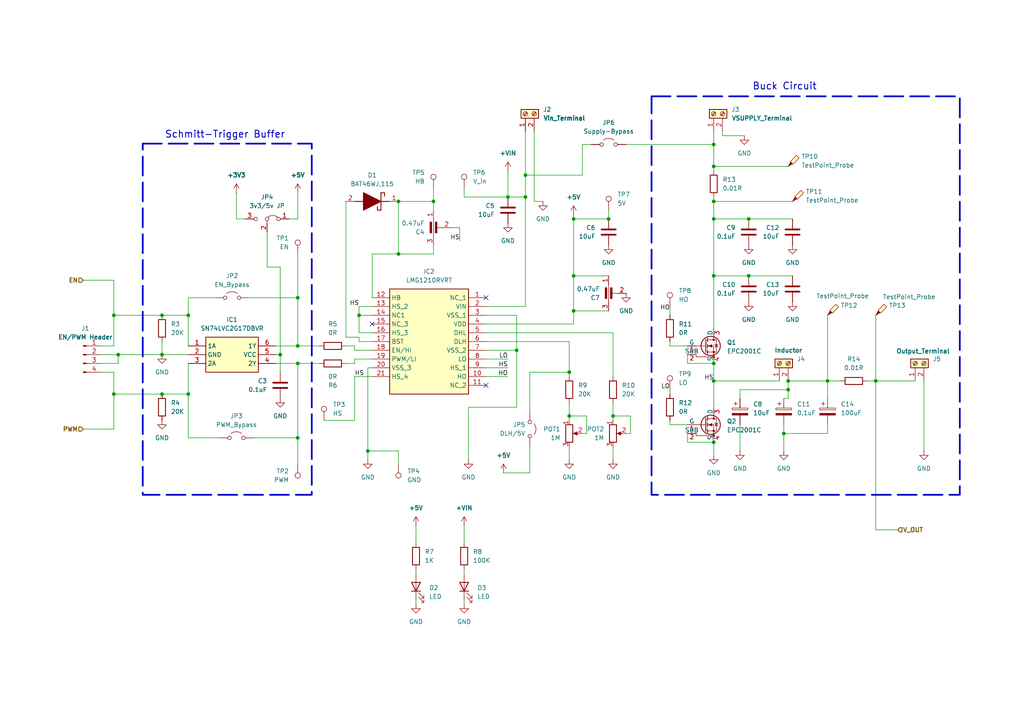
<source format=kicad_sch>
(kicad_sch (version 20231120) (generator "eeschema") (generator_version "8.0")
  (paper "A4")
  (title_block (title "LMG1210 Buck Converter") (date "2025-04-02") (rev "1.0.0") (company "Surya Thanush"))
  (lib_symbols
    (symbol "BAT46WJ,115:BAT46WJ,115" (pin_names hide)
      (property "Reference" "D" (at 12.7 8.89 0))
      (property "Value" "BAT46WJ,115" (at 12.7 6.35 0))
      (symbol "BAT46WJ,115_1_1"
        (pin passive line (at 2.54 0 0) (length 2.54) (name "K") (number "1"))
        (pin passive line (at 17.78 0 180) (length 2.54) (name "A") (number "2"))
      )
    )
    (symbol "Connector:Conn_01x04_Pin" (pin_names (offset 1.016) hide)
      (property "Reference" "J" (at 0 5.08 0))
      (property "Value" "Conn_01x04_Pin" (at 0 -7.62 0))
      (symbol "Conn_01x04_Pin_1_1"
        (pin passive line (at 5.08 2.54 180) (length 3.81) (name "Pin_1") (number "1"))
        (pin passive line (at 5.08 0 180) (length 3.81) (name "Pin_2") (number "2"))
        (pin passive line (at 5.08 -2.54 180) (length 3.81) (name "Pin_3") (number "3"))
        (pin passive line (at 5.08 -5.08 180) (length 3.81) (name "Pin_4") (number "4"))
      )
    )
    (symbol "Connector:Screw_Terminal_01x02" (pin_names (offset 1.016) hide)
      (property "Reference" "J" (at 0 2.54 0))
      (property "Value" "Screw_Terminal_01x02" (at 0 -5.08 0))
      (symbol "Screw_Terminal_01x02_1_1"
        (pin passive line (at -5.08 0 0) (length 3.81) (name "Pin_1") (number "1"))
        (pin passive line (at -5.08 -2.54 0) (length 3.81) (name "Pin_2") (number "2"))
      )
    )
    (symbol "Connector:TestPoint" (pin_numbers hide) (pin_names (offset 0.762) hide)
      (property "Reference" "TP" (at 0 6.858 0))
      (property "Value" "TestPoint" (at 0 5.08 0))
      (symbol "TestPoint_1_1"
        (pin passive line (at 0 0 90) (length 2.54) (name "1") (number "1"))
      )
    )
    (symbol "Connector:TestPoint_Probe" (pin_numbers hide) (pin_names (offset 0.762) hide)
      (property "Reference" "TP" (at 1.651 5.842 0))
      (property "Value" "TestPoint_Probe" (at 1.651 4.064 0))
      (symbol "TestPoint_Probe_1_1"
        (pin passive line (at 0 0 90) (length 0) (name "1") (number "1"))
      )
    )
    (symbol "Device:C" (pin_numbers hide) (pin_names (offset 0.254))
      (property "Reference" "C" (at 0.635 2.54 0))
      (property "Value" "C" (at 0.635 -2.54 0))
      (symbol "C_1_1"
        (pin passive line (at 0 3.81 270) (length 2.794) (name "~") (number "1"))
        (pin passive line (at 0 -3.81 90) (length 2.794) (name "~") (number "2"))
      )
    )
    (symbol "Device:C_Feedthrough" (pin_names (offset 0.254) hide)
      (property "Reference" "C" (at 0 7.62 0))
      (property "Value" "C_Feedthrough" (at 0 5.715 0))
      (symbol "C_Feedthrough_1_1"
        (pin passive line (at -5.08 2.54 0) (length 2.54) (name "1") (number "1"))
        (pin passive line (at 0 -2.54 90) (length 2.54) (name "2") (number "2"))
        (pin passive line (at 5.08 2.54 180) (length 2.54) (name "3") (number "3"))
      )
    )
    (symbol "Device:C_Polarized" (pin_numbers hide) (pin_names (offset 0.254))
      (property "Reference" "C" (at 0.635 2.54 0))
      (property "Value" "C_Polarized" (at 0.635 -2.54 0))
      (symbol "C_Polarized_1_1"
        (pin passive line (at 0 3.81 270) (length 2.794) (name "~") (number "1"))
        (pin passive line (at 0 -3.81 90) (length 2.794) (name "~") (number "2"))
      )
    )
    (symbol "Device:LED" (pin_numbers hide) (pin_names (offset 1.016) hide)
      (property "Reference" "D" (at 0 2.54 0))
      (property "Value" "LED" (at 0 -2.54 0))
      (symbol "LED_1_1"
        (pin passive line (at -3.81 0 0) (length 2.54) (name "K") (number "1"))
        (pin passive line (at 3.81 0 180) (length 2.54) (name "A") (number "2"))
      )
    )
    (symbol "Device:R" (pin_numbers hide) (pin_names (offset 0))
      (property "Reference" "R" (at 2.032 0 90))
      (property "Value" "R" (at 0 0 90))
      (symbol "R_1_1"
        (pin passive line (at 0 3.81 270) (length 1.27) (name "~") (number "1"))
        (pin passive line (at 0 -3.81 90) (length 1.27) (name "~") (number "2"))
      )
    )
    (symbol "Device:R_Potentiometer" (pin_names (offset 1.016) hide)
      (property "Reference" "RV" (at -4.445 0 90))
      (property "Value" "R_Potentiometer" (at -2.54 0 90))
      (symbol "R_Potentiometer_1_1"
        (pin passive line (at 0 3.81 270) (length 1.27) (name "1") (number "1"))
        (pin passive line (at 3.81 0 180) (length 1.27) (name "2") (number "2"))
        (pin passive line (at 0 -3.81 90) (length 1.27) (name "3") (number "3"))
      )
    )
    (symbol "EPC2001C:EPC2001C" (pin_names (offset 0))
      (property "Reference" "Q" (at 10.16 -4.064 0))
      (property "Value" "EPC2001C" (at 10.16 -6.604 0))
      (symbol "EPC2001C_1_1"
        (pin input line (at 0 -6.35 0) (length 2.54) (name "G") (number "1"))
        (pin passive line (at 7.62 -11.43 90) (length 2.54) hide (name "S") (number "10"))
        (pin passive line (at 7.62 -1.27 270) (length 2.54) hide (name "D") (number "11"))
        (pin passive line (at 0 -8.89 0) (length 2.54) (name "SUB") (number "2"))
        (pin passive line (at 7.62 -1.27 270) (length 2.54) (name "D") (number "3"))
        (pin passive line (at 7.62 -11.43 90) (length 2.54) (name "S") (number "4"))
        (pin passive line (at 7.62 -1.27 270) (length 2.54) hide (name "D") (number "5"))
        (pin passive line (at 7.62 -11.43 90) (length 2.54) hide (name "S") (number "6"))
        (pin passive line (at 7.62 -1.27 270) (length 2.54) hide (name "D") (number "7"))
        (pin passive line (at 7.62 -11.43 90) (length 2.54) hide (name "S") (number "8"))
        (pin passive line (at 7.62 -1.27 270) (length 2.54) hide (name "D") (number "9"))
      )
    )
    (symbol "Jumper:Jumper_2_Open" (pin_numbers hide) (pin_names (offset 0) hide) (exclude_from_sim yes)
      (property "Reference" "JP" (at 0 2.794 0))
      (property "Value" "Jumper_2_Open" (at 0 -2.286 0))
      (symbol "Jumper_2_Open_1_1"
        (pin passive line (at -5.08 0 0) (length 2.54) (name "A") (number "1"))
        (pin passive line (at 5.08 0 180) (length 2.54) (name "B") (number "2"))
      )
    )
    (symbol "Jumper:Jumper_3_Bridged12" (pin_names (offset 0) hide) (exclude_from_sim yes) (in_bom no)
      (property "Reference" "JP" (at -2.54 -2.54 0))
      (property "Value" "Jumper_3_Bridged12" (at 0 2.794 0))
      (symbol "Jumper_3_Bridged12_1_1"
        (pin passive line (at -6.35 0 0) (length 2.54) (name "A") (number "1"))
        (pin passive line (at 0 -3.81 90) (length 2.54) (name "C") (number "2"))
        (pin passive line (at 6.35 0 180) (length 2.54) (name "B") (number "3"))
      )
    )
    (symbol "LMG1210:LMG1210RVRT"
      (property "Reference" "IC" (at 29.21 7.62 0))
      (property "Value" "LMG1210RVRT" (at 29.21 5.08 0))
      (symbol "LMG1210RVRT_1_1"
        (pin passive line (at 0 0 0) (length 5.08) (name "NC_1") (number "1"))
        (pin passive line (at 0 -22.86 0) (length 5.08) (name "HO") (number "10"))
        (pin passive line (at 0 -25.4 0) (length 5.08) (name "NC_2") (number "11"))
        (pin passive line (at 33.02 0 180) (length 5.08) (name "HB") (number "12"))
        (pin passive line (at 33.02 -2.54 180) (length 5.08) (name "HS_2") (number "13"))
        (pin passive line (at 33.02 -5.08 180) (length 5.08) (name "NC1") (number "14"))
        (pin passive line (at 33.02 -7.62 180) (length 5.08) (name "NC_3") (number "15"))
        (pin passive line (at 33.02 -10.16 180) (length 5.08) (name "HS_3") (number "16"))
        (pin passive line (at 33.02 -12.7 180) (length 5.08) (name "BST") (number "17"))
        (pin passive line (at 33.02 -15.24 180) (length 5.08) (name "EN/HI") (number "18"))
        (pin passive line (at 33.02 -17.78 180) (length 5.08) (name "PWM/LI") (number "19"))
        (pin passive line (at 0 -2.54 0) (length 5.08) (name "VIN") (number "2"))
        (pin passive line (at 33.02 -20.32 180) (length 5.08) (name "VSS_3") (number "20"))
        (pin passive line (at 33.02 -22.86 180) (length 5.08) (name "HS_4") (number "21"))
        (pin passive line (at 0 -5.08 0) (length 5.08) (name "VSS_1") (number "3"))
        (pin passive line (at 0 -7.62 0) (length 5.08) (name "VDD") (number "4"))
        (pin passive line (at 0 -10.16 0) (length 5.08) (name "DHL") (number "5"))
        (pin passive line (at 0 -12.7 0) (length 5.08) (name "DLH") (number "6"))
        (pin passive line (at 0 -15.24 0) (length 5.08) (name "VSS_2") (number "7"))
        (pin passive line (at 0 -17.78 0) (length 5.08) (name "LO") (number "8"))
        (pin passive line (at 0 -20.32 0) (length 5.08) (name "HS_1") (number "9"))
      )
    )
    (symbol "SN74LVC2G17DBVR:SN74LVC2G17DBVR"
      (property "Reference" "IC" (at 21.59 7.62 0))
      (property "Value" "SN74LVC2G17DBVR" (at 21.59 5.08 0))
      (symbol "SN74LVC2G17DBVR_1_1"
        (pin passive line (at 0 0 0) (length 5.08) (name "1A") (number "1"))
        (pin passive line (at 0 -2.54 0) (length 5.08) (name "GND") (number "2"))
        (pin passive line (at 0 -5.08 0) (length 5.08) (name "2A") (number "3"))
        (pin passive line (at 25.4 -5.08 180) (length 5.08) (name "2Y") (number "4"))
        (pin passive line (at 25.4 -2.54 180) (length 5.08) (name "VCC") (number "5"))
        (pin passive line (at 25.4 0 180) (length 5.08) (name "1Y") (number "6"))
      )
    )
    (symbol "power:+5V" (power) (pin_numbers hide) (pin_names (offset 0) hide)
      (property "Value" "+5V" (at 0 3.556 0))
      (symbol "+5V_1_1"
        (pin power_in line (at 0 0 90) (length 0) (name "~") (number "1"))
      )
    )
    (symbol "power:GND" (power) (pin_numbers hide) (pin_names (offset 0) hide)
      (property "Value" "GND" (at 0 -3.81 0))
      (symbol "GND_1_1"
        (pin power_in line (at 0 0 270) (length 0) (name "~") (number "1"))
      )
    )
  )
  (junction (at 33.02 114.3))
  (junction (at 207.01 105.41))
  (junction (at 207.01 41.91))
  (junction (at 254 110.49))
  (junction (at 207.01 128.27))
  (junction (at 46.99 114.3))
  (junction (at 46.99 102.87))
  (junction (at 207.01 63.5))
  (junction (at 177.8 120.65))
  (junction (at 207.01 58.42))
  (junction (at 33.02 91.44))
  (junction (at 152.4 57.15))
  (junction (at 86.36 100.33))
  (junction (at 46.99 91.44))
  (junction (at 166.37 63.5))
  (junction (at 125.73 58.42))
  (junction (at 217.17 63.5))
  (junction (at 86.36 105.41))
  (junction (at 147.32 57.15))
  (junction (at 227.33 125.73))
  (junction (at 34.29 102.87))
  (junction (at 166.37 90.17))
  (junction (at 165.1 120.65))
  (junction (at 86.36 86.36))
  (junction (at 106.68 130.81))
  (junction (at 207.01 48.26))
  (junction (at 104.14 91.44))
  (junction (at 228.6 110.49))
  (junction (at 149.86 101.6))
  (junction (at 240.03 110.49))
  (junction (at 176.53 63.5))
  (junction (at 207.01 80.01))
  (junction (at 207.01 110.49))
  (junction (at 165.1 107.95))
  (junction (at 115.57 58.42))
  (junction (at 217.17 80.01))
  (junction (at 54.61 114.3))
  (junction (at 86.36 127))
  (junction (at 54.61 91.44))
  (junction (at 115.57 73.66))
  (junction (at 152.4 50.8))
  (junction (at 228.6 113.03))
  (junction (at 81.28 102.87))
  (junction (at 166.37 80.01))
  (no_connect (at 107.95 93.98))
  (no_connect (at 140.97 86.36))
  (no_connect (at 140.97 111.76))
  (wire (pts (xy 133.35 66.04) (xy 130.81 66.04)))
  (wire (pts (xy 194.31 123.19) (xy 199.39 123.19)))
  (wire (pts (xy 106.68 106.68) (xy 106.68 130.81)))
  (wire (pts (xy 168.91 50.8) (xy 168.91 41.91)))
  (wire (pts (xy 149.86 118.11) (xy 135.89 118.11)))
  (wire (pts (xy 240.03 110.49) (xy 243.84 110.49)))
  (wire (pts (xy 104.14 97.79) (xy 104.14 99.06)))
  (wire (pts (xy 29.21 102.87) (xy 34.29 102.87)))
  (wire (pts (xy 120.65 152.4) (xy 120.65 157.48)))
  (wire (pts (xy 46.99 102.87) (xy 54.61 102.87)))
  (wire (pts (xy 115.57 58.42) (xy 115.57 73.66)))
  (wire (pts (xy 33.02 107.95) (xy 33.02 114.3)))
  (wire (pts (xy 102.87 101.6) (xy 107.95 101.6)))
  (wire (pts (xy 165.1 107.95) (xy 165.1 99.06)))
  (wire (pts (xy 33.02 114.3) (xy 46.99 114.3)))
  (wire (pts (xy 165.1 109.22) (xy 165.1 107.95)))
  (wire (pts (xy 100.33 100.33) (xy 102.87 100.33)))
  (wire (pts (xy 46.99 99.06) (xy 46.99 102.87)))
  (wire (pts (xy 152.4 38.1) (xy 152.4 50.8)))
  (wire (pts (xy 165.1 129.54) (xy 165.1 133.35)))
  (wire (pts (xy 125.73 73.66) (xy 115.57 73.66)))
  (wire (pts (xy 106.68 106.68) (xy 107.95 106.68)))
  (wire (pts (xy 63.5 127) (xy 54.61 127)))
  (wire (pts (xy 115.57 73.66) (xy 107.95 73.66)))
  (wire (pts (xy 86.36 127) (xy 86.36 134.62)))
  (wire (pts (xy 134.62 54.61) (xy 134.62 57.15)))
  (wire (pts (xy 86.36 105.41) (xy 86.36 127)))
  (wire (pts (xy 251.46 110.49) (xy 254 110.49)))
  (wire (pts (xy 240.03 123.19) (xy 240.03 125.73)))
  (wire (pts (xy 77.47 67.31) (xy 77.47 77.47)))
  (wire (pts (xy 209.55 38.1) (xy 209.55 39.37)))
  (wire (pts (xy 165.1 116.84) (xy 165.1 120.65)))
  (wire (pts (xy 102.87 104.14) (xy 107.95 104.14)))
  (wire (pts (xy 254 110.49) (xy 265.43 110.49)))
  (wire (pts (xy 86.36 55.88) (xy 86.36 63.5)))
  (wire (pts (xy 54.61 127) (xy 54.61 114.3)))
  (wire (pts (xy 228.6 110.49) (xy 240.03 110.49)))
  (wire (pts (xy 209.55 39.37) (xy 215.9 39.37)))
  (wire (pts (xy 106.68 130.81) (xy 115.57 130.81)))
  (wire (pts (xy 24.13 124.46) (xy 33.02 124.46)))
  (wire (pts (xy 217.17 80.01) (xy 229.87 80.01)))
  (wire (pts (xy 140.97 91.44) (xy 149.86 91.44)))
  (wire (pts (xy 153.67 107.95) (xy 165.1 107.95)))
  (wire (pts (xy 135.89 118.11) (xy 135.89 133.35)))
  (wire (pts (xy 102.87 121.92) (xy 102.87 109.22)))
  (wire (pts (xy 194.31 100.33) (xy 199.39 100.33)))
  (wire (pts (xy 254 91.44) (xy 254 110.49)))
  (wire (pts (xy 177.8 96.52) (xy 140.97 96.52)))
  (wire (pts (xy 168.91 41.91) (xy 171.45 41.91)))
  (wire (pts (xy 182.88 120.65) (xy 177.8 120.65)))
  (wire (pts (xy 154.94 38.1) (xy 154.94 58.42)))
  (wire (pts (xy 170.18 125.73) (xy 170.18 120.65)))
  (wire (pts (xy 54.61 91.44) (xy 54.61 100.33)))
  (wire (pts (xy 77.47 77.47) (xy 81.28 77.47)))
  (wire (pts (xy 165.1 120.65) (xy 165.1 121.92)))
  (wire (pts (xy 207.01 38.1) (xy 207.01 41.91)))
  (wire (pts (xy 207.01 58.42) (xy 229.87 58.42)))
  (wire (pts (xy 104.14 88.9) (xy 104.14 91.44)))
  (wire (pts (xy 29.21 100.33) (xy 33.02 100.33)))
  (wire (pts (xy 54.61 114.3) (xy 54.61 105.41)))
  (wire (pts (xy 125.73 54.61) (xy 125.73 58.42)))
  (wire (pts (xy 214.63 113.03) (xy 228.6 113.03)))
  (wire (pts (xy 166.37 62.23) (xy 166.37 63.5)))
  (wire (pts (xy 81.28 107.95) (xy 81.28 102.87)))
  (wire (pts (xy 149.86 101.6) (xy 149.86 118.11)))
  (wire (pts (xy 207.01 57.15) (xy 207.01 58.42)))
  (wire (pts (xy 153.67 119.38) (xy 153.67 107.95)))
  (wire (pts (xy 104.14 91.44) (xy 104.14 96.52)))
  (wire (pts (xy 207.01 110.49) (xy 207.01 118.11)))
  (wire (pts (xy 33.02 124.46) (xy 33.02 114.3)))
  (wire (pts (xy 181.61 41.91) (xy 207.01 41.91)))
  (wire (pts (xy 240.03 125.73) (xy 227.33 125.73)))
  (wire (pts (xy 194.31 99.06) (xy 194.31 100.33)))
  (wire (pts (xy 102.87 105.41) (xy 102.87 104.14)))
  (wire (pts (xy 34.29 102.87) (xy 46.99 102.87)))
  (wire (pts (xy 140.97 93.98) (xy 166.37 93.98)))
  (wire (pts (xy 86.36 105.41) (xy 92.71 105.41)))
  (wire (pts (xy 177.8 120.65) (xy 177.8 121.92)))
  (wire (pts (xy 68.58 63.5) (xy 71.12 63.5)))
  (wire (pts (xy 168.91 125.73) (xy 170.18 125.73)))
  (wire (pts (xy 199.39 125.73) (xy 199.39 128.27)))
  (wire (pts (xy 140.97 101.6) (xy 149.86 101.6)))
  (wire (pts (xy 133.35 69.85) (xy 133.35 66.04)))
  (wire (pts (xy 140.97 109.22) (xy 147.32 109.22)))
  (wire (pts (xy 207.01 48.26) (xy 207.01 49.53)))
  (wire (pts (xy 86.36 73.66) (xy 86.36 86.36)))
  (wire (pts (xy 207.01 63.5) (xy 217.17 63.5)))
  (wire (pts (xy 146.05 137.16) (xy 153.67 137.16)))
  (wire (pts (xy 254 153.67) (xy 254 110.49)))
  (wire (pts (xy 157.48 58.42) (xy 154.94 58.42)))
  (wire (pts (xy 199.39 128.27) (xy 207.01 128.27)))
  (wire (pts (xy 33.02 100.33) (xy 33.02 91.44)))
  (wire (pts (xy 147.32 106.68) (xy 140.97 106.68)))
  (wire (pts (xy 68.58 55.88) (xy 68.58 63.5)))
  (wire (pts (xy 152.4 50.8) (xy 152.4 57.15)))
  (wire (pts (xy 170.18 120.65) (xy 165.1 120.65)))
  (wire (pts (xy 217.17 63.5) (xy 229.87 63.5)))
  (wire (pts (xy 177.8 116.84) (xy 177.8 120.65)))
  (wire (pts (xy 134.62 165.1) (xy 134.62 166.37)))
  (wire (pts (xy 207.01 63.5) (xy 207.01 80.01)))
  (wire (pts (xy 194.31 121.92) (xy 194.31 123.19)))
  (wire (pts (xy 149.86 91.44) (xy 149.86 101.6)))
  (wire (pts (xy 107.95 73.66) (xy 107.95 86.36)))
  (wire (pts (xy 207.01 58.42) (xy 207.01 63.5)))
  (wire (pts (xy 240.03 110.49) (xy 240.03 115.57)))
  (wire (pts (xy 104.14 91.44) (xy 107.95 91.44)))
  (wire (pts (xy 86.36 100.33) (xy 92.71 100.33)))
  (wire (pts (xy 81.28 77.47) (xy 81.28 102.87)))
  (wire (pts (xy 140.97 104.14) (xy 147.32 104.14)))
  (wire (pts (xy 152.4 88.9) (xy 140.97 88.9)))
  (wire (pts (xy 165.1 99.06) (xy 140.97 99.06)))
  (wire (pts (xy 115.57 134.62) (xy 115.57 130.81)))
  (wire (pts (xy 207.01 105.41) (xy 207.01 110.49)))
  (wire (pts (xy 207.01 128.27) (xy 207.01 132.08)))
  (wire (pts (xy 207.01 41.91) (xy 207.01 48.26)))
  (wire (pts (xy 34.29 105.41) (xy 29.21 105.41)))
  (wire (pts (xy 125.73 71.12) (xy 125.73 73.66)))
  (wire (pts (xy 29.21 107.95) (xy 33.02 107.95)))
  (wire (pts (xy 134.62 173.99) (xy 134.62 175.26)))
  (wire (pts (xy 152.4 57.15) (xy 152.4 88.9)))
  (wire (pts (xy 228.6 110.49) (xy 228.6 113.03)))
  (wire (pts (xy 46.99 91.44) (xy 54.61 91.44)))
  (wire (pts (xy 120.65 173.99) (xy 120.65 175.26)))
  (wire (pts (xy 227.33 123.19) (xy 227.33 125.73)))
  (wire (pts (xy 152.4 50.8) (xy 168.91 50.8)))
  (wire (pts (xy 134.62 57.15) (xy 147.32 57.15)))
  (wire (pts (xy 194.31 88.9) (xy 194.31 91.44)))
  (wire (pts (xy 147.32 57.15) (xy 152.4 57.15)))
  (wire (pts (xy 166.37 63.5) (xy 176.53 63.5)))
  (wire (pts (xy 100.33 58.42) (xy 100.33 97.79)))
  (wire (pts (xy 267.97 110.49) (xy 267.97 130.81)))
  (wire (pts (xy 62.23 86.36) (xy 54.61 86.36)))
  (wire (pts (xy 207.01 80.01) (xy 217.17 80.01)))
  (wire (pts (xy 260.35 153.67) (xy 254 153.67)))
  (wire (pts (xy 46.99 114.3) (xy 54.61 114.3)))
  (wire (pts (xy 199.39 102.87) (xy 199.39 105.41)))
  (wire (pts (xy 207.01 48.26) (xy 228.6 48.26)))
  (wire (pts (xy 227.33 125.73) (xy 227.33 130.81)))
  (wire (pts (xy 102.87 100.33) (xy 102.87 101.6)))
  (wire (pts (xy 33.02 91.44) (xy 46.99 91.44)))
  (wire (pts (xy 24.13 81.28) (xy 33.02 81.28)))
  (wire (pts (xy 166.37 90.17) (xy 166.37 93.98)))
  (wire (pts (xy 177.8 129.54) (xy 177.8 133.35)))
  (wire (pts (xy 120.65 165.1) (xy 120.65 166.37)))
  (wire (pts (xy 228.6 113.03) (xy 228.6 115.57)))
  (wire (pts (xy 153.67 129.54) (xy 153.67 137.16)))
  (wire (pts (xy 176.53 60.96) (xy 176.53 63.5)))
  (wire (pts (xy 34.29 102.87) (xy 34.29 105.41)))
  (wire (pts (xy 104.14 99.06) (xy 107.95 99.06)))
  (wire (pts (xy 80.01 100.33) (xy 86.36 100.33)))
  (wire (pts (xy 134.62 152.4) (xy 134.62 157.48)))
  (wire (pts (xy 81.28 102.87) (xy 80.01 102.87)))
  (wire (pts (xy 33.02 81.28) (xy 33.02 91.44)))
  (wire (pts (xy 100.33 97.79) (xy 104.14 97.79)))
  (wire (pts (xy 214.63 115.57) (xy 214.63 113.03)))
  (wire (pts (xy 102.87 109.22) (xy 107.95 109.22)))
  (wire (pts (xy 100.33 105.41) (xy 102.87 105.41)))
  (wire (pts (xy 104.14 88.9) (xy 107.95 88.9)))
  (wire (pts (xy 72.39 86.36) (xy 86.36 86.36)))
  (wire (pts (xy 125.73 60.96) (xy 125.73 58.42)))
  (wire (pts (xy 166.37 63.5) (xy 166.37 80.01)))
  (wire (pts (xy 214.63 123.19) (xy 214.63 130.81)))
  (wire (pts (xy 80.01 105.41) (xy 86.36 105.41)))
  (wire (pts (xy 181.61 125.73) (xy 182.88 125.73)))
  (wire (pts (xy 207.01 110.49) (xy 226.06 110.49)))
  (wire (pts (xy 86.36 63.5) (xy 83.82 63.5)))
  (wire (pts (xy 125.73 58.42) (xy 115.57 58.42)))
  (wire (pts (xy 240.03 91.44) (xy 240.03 110.49)))
  (wire (pts (xy 54.61 86.36) (xy 54.61 91.44)))
  (wire (pts (xy 86.36 86.36) (xy 86.36 100.33)))
  (wire (pts (xy 106.68 130.81) (xy 106.68 133.35)))
  (wire (pts (xy 147.32 49.53) (xy 147.32 57.15)))
  (wire (pts (xy 104.14 96.52) (xy 107.95 96.52)))
  (wire (pts (xy 194.31 113.03) (xy 194.31 114.3)))
  (wire (pts (xy 166.37 90.17) (xy 176.53 90.17)))
  (wire (pts (xy 166.37 80.01) (xy 176.53 80.01)))
  (wire (pts (xy 207.01 80.01) (xy 207.01 95.25)))
  (wire (pts (xy 177.8 109.22) (xy 177.8 96.52)))
  (wire (pts (xy 166.37 80.01) (xy 166.37 90.17)))
  (wire (pts (xy 182.88 125.73) (xy 182.88 120.65)))
  (wire (pts (xy 199.39 105.41) (xy 207.01 105.41)))
  (wire (pts (xy 227.33 115.57) (xy 228.6 115.57)))
  (wire (pts (xy 93.98 121.92) (xy 102.87 121.92)))
  (wire (pts (xy 73.66 127) (xy 86.36 127)))
  (rectangle (start 41.402 41.656) (end 90.424 143.51) (stroke (width 0.5) (type dash)))
  (rectangle (start 188.976 27.94) (end 278.384 143.51) (stroke (width 0.5) (type dash)))
  (text "Buck Circuit" (at 227.584 25.146 0) (effects (font (size 2 2) (thickness 0.254) (bold yes))))
  (text " Schmitt-Trigger Buffer" (at 64.516 39.116 0) (effects (font (size 2 2) (thickness 0.254) (bold yes))))
  (label "HS" (at 102.87 109.22 0))
  (label "LO" (at 147.32 104.14 180))
  (label "HS" (at 104.14 88.9 180))
  (label "HS" (at 133.35 69.85 180))
  (label "HO" (at 147.32 109.22 180))
  (label "LO" (at 194.31 113.03 180))
  (label "HO" (at 194.31 90.17 180))
  (label "HS" (at 147.32 106.68 180))
  (label "HS" (at 207.01 110.49 180))
  (hierarchical_label "PWM" (shape input) (at 24.13 124.46 180) (effects (font (thickness 0.254) (bold yes))))
  (hierarchical_label "EN" (shape input) (at 24.13 81.28 180) (effects (font (thickness 0.254) (bold yes))))
  (hierarchical_label "V_OUT" (shape input) (at 260.35 153.67 0) (effects (font (thickness 0.254) (bold yes))))
  (symbol (lib_id "power:GND") (at 207.01 132.08 0) (unit 1)
    (property "Reference" "#PWR35" (effects (hide yes)))
    (property "Value" "GND" (at 207.01 137.16 0))
    (property "Description" "Power symbol creates a global label with name \"GND\" , ground" (effects (hide yes)))
  )
  (symbol (lib_id "Device:R") (at 247.65 110.49 90) (unit 1)
    (property "Reference" "R14" (at 247.65 104.14 90))
    (property "Value" "0.01R" (at 247.65 106.68 90))
    (property "Footprint" "Resistor_SMD:R_1206_3216Metric" (effects (hide yes)))
    (property "Description" "Resistor" (effects (hide yes)))
  )
  (symbol (lib_id "Connector:Screw_Terminal_01x02") (at 265.43 105.41 90) (unit 1)
    (property "Reference" "J5" (at 270.51 104.1399 90) (effects (justify right)))
    (property "Value" "Output_Terminal" (at 259.842 101.854 90) (effects (font (thickness 0.254) (bold yes)) (justify right)))
    (property "Footprint" "TerminalBlock_Phoenix:TerminalBlock_Phoenix_MKDS-1,5-2_1x02_P5.00mm_Horizontal" (effects (hide yes)))
    (property "Description" "Generic screw terminal, single row, 01x02, script generated (kicad-library-utils/schlib/autogen/connector/)" (effects (hide yes)))
  )
  (symbol (lib_id "Connector:TestPoint_Probe") (at 240.03 91.44 0) (unit 1)
    (property "Reference" "TP12" (at 243.84 88.5824 0) (effects (justify left)))
    (property "Value" "TestPoint_Probe" (at 236.728 85.852 0) (effects (justify left)))
    (property "Footprint" "TestPoint:TestPoint_Loop_D2.60mm_Drill1.6mm_Beaded" (effects (hide yes)))
    (property "Description" "test point (alternative probe-style design)" (effects (hide yes)))
  )
  (symbol (lib_id "power:GND") (at 215.9 39.37 0) (unit 1)
    (property "Reference" "#PWR37" (effects (hide yes)))
    (property "Value" "GND" (at 215.9 44.45 0))
    (property "Description" "Power symbol creates a global label with name \"GND\" , ground" (effects (hide yes)))
  )
  (symbol (lib_id "Connector:TestPoint") (at 86.36 134.62 0) (mirror x) (unit 1)
    (property "Reference" "TP2" (at 83.82 136.6519 0) (effects (justify right)))
    (property "Value" "PWM" (at 83.82 139.1919 0) (effects (justify right)))
    (property "Footprint" "TestPoint:TestPoint_Loop_D2.60mm_Drill1.6mm_Beaded" (effects (hide yes)))
    (property "Description" "test point" (effects (hide yes)))
  )
  (symbol (lib_id "Device:R") (at 194.31 95.25 180) (unit 1)
    (property "Reference" "R11" (at 196.85 93.9799 0) (effects (justify right)))
    (property "Value" "0R" (at 196.85 96.5199 0) (effects (justify right)))
    (property "Footprint" "Resistor_SMD:R_0603_1608Metric" (effects (hide yes)))
    (property "Description" "Resistor" (effects (hide yes)))
  )
  (symbol (lib_id "Connector:TestPoint") (at 194.31 88.9 0) (unit 1)
    (property "Reference" "TP8" (at 196.85 84.3279 0) (effects (justify left)))
    (property "Value" "HO" (at 196.85 86.8679 0) (effects (justify left)))
    (property "Footprint" "TestPoint:TestPoint_Loop_D2.60mm_Drill1.6mm_Beaded" (effects (hide yes)))
    (property "Description" "test point" (effects (hide yes)))
  )
  (symbol (lib_id "power:GND") (at 165.1 133.35 0) (unit 1)
    (property "Reference" "#PWR30" (effects (hide yes)))
    (property "Value" "GND" (at 165.1 138.43 0))
    (property "Description" "Power symbol creates a global label with name \"GND\" , ground" (effects (hide yes)))
  )
  (symbol (lib_id "Connector:TestPoint") (at 176.53 60.96 0) (unit 1)
    (property "Reference" "TP7" (at 179.07 56.3879 0) (effects (justify left)))
    (property "Value" "5V" (at 179.07 58.9279 0) (effects (justify left)))
    (property "Footprint" "TestPoint:TestPoint_Loop_D2.60mm_Drill1.6mm_Beaded" (effects (hide yes)))
    (property "Description" "test point" (effects (hide yes)))
  )
  (symbol (lib_id "Jumper:Jumper_2_Open") (at 67.31 86.36 0) (unit 1) (exclude_from_sim yes)
    (property "Reference" "JP2" (at 67.31 80.01 0))
    (property "Value" "EN_Bypass" (at 67.31 82.55 0))
    (property "Footprint" "Connector_PinHeader_2.54mm:PinHeader_1x02_P2.54mm_Vertical" (effects (hide yes)))
    (property "Description" "Jumper, 2-pole, open" (effects (hide yes)))
  )
  (symbol (lib_id "Connector:TestPoint") (at 134.62 54.61 0) (unit 1)
    (property "Reference" "TP6" (at 137.16 50.0379 0) (effects (justify left)))
    (property "Value" "V_in" (at 137.16 52.5779 0) (effects (justify left)))
    (property "Footprint" "TestPoint:TestPoint_Loop_D2.60mm_Drill1.6mm_Beaded" (effects (hide yes)))
    (property "Description" "test point" (effects (hide yes)))
  )
  (symbol (lib_id "power:GND") (at 106.68 133.35 0) (unit 1)
    (property "Reference" "#PWR20" (effects (hide yes)))
    (property "Value" "GND" (at 106.68 138.43 0))
    (property "Description" "Power symbol creates a global label with name \"GND\" , ground" (effects (hide yes)))
  )
  (symbol (lib_id "Device:C") (at 217.17 83.82 0) (mirror y) (unit 1)
    (property "Reference" "C10" (at 213.36 82.5499 0) (effects (justify left)))
    (property "Value" "0.1uF" (at 213.36 85.0899 0) (effects (justify left)))
    (property "Footprint" "Capacitor_SMD:C_0603_1608Metric" (effects (hide yes)))
    (property "Description" "Unpolarized capacitor" (effects (hide yes)))
  )
  (symbol (lib_id "Device:R") (at 194.31 118.11 180) (unit 1)
    (property "Reference" "R12" (at 196.85 116.8399 0) (effects (justify right)))
    (property "Value" "0R" (at 196.85 119.3799 0) (effects (justify right)))
    (property "Footprint" "Resistor_SMD:R_0603_1608Metric" (effects (hide yes)))
    (property "Description" "Resistor" (effects (hide yes)))
  )
  (symbol (lib_id "power:GND") (at 81.28 115.57 0) (unit 1)
    (property "Reference" "#PWR18" (effects (hide yes)))
    (property "Value" "GND" (at 81.28 120.65 0))
    (property "Description" "Power symbol creates a global label with name \"GND\" , ground" (effects (hide yes)))
  )
  (symbol (lib_id "Device:C_Feedthrough") (at 128.27 66.04 90) (mirror x) (unit 1)
    (property "Reference" "C4" (at 123.19 67.3101 90) (effects (justify left)))
    (property "Value" "0.47uF" (at 123.19 64.7701 90) (effects (justify left)))
    (property "Footprint" "YFF18PW0J474M:YFF18PW0J474MT0H0N" (effects (hide yes)))
    (property "Description" "Feedthrough capacitor" (effects (hide yes)))
  )
  (symbol (lib_id "Jumper:Jumper_3_Bridged12") (at 77.47 63.5 0) (mirror y) (unit 1) (exclude_from_sim yes) (in_bom no)
    (property "Reference" "JP4" (at 77.47 57.15 0))
    (property "Value" "3v3/5v JP" (at 77.47 59.69 0))
    (property "Footprint" "Connector_PinHeader_2.54mm:PinHeader_1x03_P2.54mm_Vertical" (effects (hide yes)))
    (property "Description" "Jumper, 3-pole, pins 1+2 closed/bridged" (effects (hide yes)))
  )
  (symbol (lib_id "Device:C") (at 176.53 67.31 0) (mirror y) (unit 1)
    (property "Reference" "C6" (at 172.72 66.0399 0) (effects (justify left)))
    (property "Value" "10uF" (at 172.72 68.5799 0) (effects (justify left)))
    (property "Footprint" "Capacitor_SMD:C_0603_1608Metric" (effects (hide yes)))
    (property "Description" "Unpolarized capacitor" (effects (hide yes)))
  )
  (symbol (lib_id "power:+5V") (at 147.32 49.53 0) (unit 1)
    (property "Reference" "#PWR27" (effects (hide yes)))
    (property "Value" "+VIN" (at 147.32 44.45 0) (effects (font (thickness 0.254) (bold yes))))
    (property "Description" "Power symbol creates a global label with name \"+5V\"" (effects (hide yes)))
  )
  (symbol (lib_id "Device:C_Polarized") (at 214.63 119.38 0) (unit 1)
    (property "Reference" "C8" (at 218.44 117.2209 0) (effects (justify left)))
    (property "Value" "10uF" (at 218.44 119.7609 0) (effects (justify left)))
    (property "Footprint" "Capacitor_SMD:C_0603_1608Metric" (effects (hide yes)))
    (property "Description" "Polarized capacitor" (effects (hide yes)))
  )
  (symbol (lib_id "EPC2001C:EPC2001C") (at 199.39 116.84 0) (unit 1)
    (property "Reference" "Q2" (at 210.82 122.1866 0) (effects (justify left)))
    (property "Value" "EPC2001C" (at 210.82 124.7266 0) (effects (justify left)))
    (property "Footprint" "EPC2001C:EPC2001C" (effects (hide yes)))
    (property "Datasheet" "https://datasheet.datasheetarchive.com/originals/dk/DKDS-8/147056.pdf" (effects (hide yes)))
    (property "Description" "GANFET TRANS 100V 36A BUMPED DIE Enhancement Mode Power Transistor" (effects (hide yes)))
    (property "Height" "0.815" (effects (hide yes)))
    (property "Manufacturer_Name" "Efficient Power Conversion" (effects (hide yes)))
    (property "Manufacturer_Part_Number" "EPC2001C" (effects (hide yes)))
    (property "Arrow Part Number" "EPC2001C" (effects (hide yes)))
    (property "Arrow Price/Stock" "https://www.arrow.com/en/products/epc2001c/efficient-power-conversion-corporation" (effects (hide yes)))
  )
  (symbol (lib_id "Device:LED") (at 134.62 170.18 90) (unit 1)
    (property "Reference" "D3" (at 138.43 170.4974 90) (effects (justify right)))
    (property "Value" "LED" (at 138.43 173.0374 90) (effects (justify right)))
    (property "Footprint" "LED_SMD:LED_0603_1608Metric" (effects (hide yes)))
    (property "Description" "Light emitting diode" (effects (hide yes)))
  )
  (symbol (lib_id "SN74LVC2G17DBVR:SN74LVC2G17DBVR") (at 54.61 100.33 0) (unit 1)
    (property "Reference" "IC1" (at 67.31 92.71 0))
    (property "Value" "SN74LVC2G17DBVR" (at 67.31 95.25 0))
    (property "Footprint" "SN74LVC2G17DBVR:SOT95P280X145-6N" (effects (hide yes)))
    (property "Datasheet" "http://www.ti.com/lit/gpn/sn74lvc2g17" (effects (hide yes)))
    (property "Description" "DUAL SCHMITT-TRIGGER BUFFER" (effects (hide yes)))
    (property "Height" "1.45" (effects (hide yes)))
    (property "Manufacturer_Name" "Texas Instruments" (effects (hide yes)))
    (property "Manufacturer_Part_Number" "SN74LVC2G17DBVR" (effects (hide yes)))
    (property "Mouser Part Number" "595-SN74LVC2G17DBVR" (effects (hide yes)))
    (property "Mouser Price/Stock" "https://www.mouser.co.uk/ProductDetail/Texas-Instruments/SN74LVC2G17DBVR?qs=X1HXWTtiZ0RnstCufGEJxQ%3D%3D" (effects (hide yes)))
    (property "Arrow Part Number" "SN74LVC2G17DBVR" (effects (hide yes)))
    (property "Arrow Price/Stock" "https://www.arrow.com/en/products/sn74lvc2g17dbvr/texas-instruments?region=nac" (effects (hide yes)))
  )
  (symbol (lib_id "power:GND") (at 267.97 130.81 0) (unit 1)
    (property "Reference" "#PWR43" (effects (hide yes)))
    (property "Value" "GND" (at 267.97 135.89 0))
    (property "Description" "Power symbol creates a global label with name \"GND\" , ground" (effects (hide yes)))
  )
  (symbol (lib_id "power:GND") (at 135.89 133.35 0) (unit 1)
    (property "Reference" "#PWR25" (effects (hide yes)))
    (property "Value" "GND" (at 135.89 138.43 0))
    (property "Description" "Power symbol creates a global label with name \"GND\" , ground" (effects (hide yes)))
  )
  (symbol (lib_id "power:GND") (at 181.61 85.09 0) (unit 1)
    (property "Reference" "#PWR34" (effects (hide yes)))
    (property "Value" "GND" (at 181.61 90.17 0))
    (property "Description" "Power symbol creates a global label with name \"GND\" , ground" (effects (hide yes)))
  )
  (symbol (lib_id "Connector:TestPoint_Probe") (at 229.87 58.42 0) (unit 1)
    (property "Reference" "TP11" (at 233.68 55.5624 0) (effects (justify left)))
    (property "Value" "TestPoint_Probe" (at 233.68 58.1024 0) (effects (justify left)))
    (property "Footprint" "TestPoint:TestPoint_Loop_D2.60mm_Drill1.6mm_Beaded" (effects (hide yes)))
    (property "Description" "test point (alternative probe-style design)" (effects (hide yes)))
  )
  (symbol (lib_id "Device:C") (at 81.28 111.76 0) (mirror y) (unit 1)
    (property "Reference" "C3" (at 77.47 110.4899 0) (effects (justify left)))
    (property "Value" "0.1uF" (at 77.47 113.0299 0) (effects (justify left)))
    (property "Footprint" "Capacitor_SMD:C_0603_1608Metric" (effects (hide yes)))
    (property "Description" "Unpolarized capacitor" (effects (hide yes)))
  )
  (symbol (lib_id "Device:R_Potentiometer") (at 177.8 125.73 0) (unit 1)
    (property "Reference" "POT2" (at 175.26 124.4599 0) (effects (justify right)))
    (property "Value" "1M" (at 175.26 126.9999 0) (effects (justify right)))
    (property "Footprint" "Potentiometer_THT:Potentiometer_Bourns_3296W_Vertical" (effects (hide yes)))
    (property "Description" "Potentiometer" (effects (hide yes)))
  )
  (symbol (lib_id "Device:R") (at 46.99 118.11 0) (unit 1)
    (property "Reference" "R4" (at 49.53 116.8399 0) (effects (justify left)))
    (property "Value" "20K" (at 49.53 119.3799 0) (effects (justify left)))
    (property "Footprint" "Resistor_SMD:R_0603_1608Metric" (effects (hide yes)))
    (property "Description" "Resistor" (effects (hide yes)))
  )
  (symbol (lib_id "Device:C_Feedthrough") (at 179.07 85.09 90) (mirror x) (unit 1)
    (property "Reference" "C7" (at 173.99 86.3601 90) (effects (justify left)))
    (property "Value" "0.47uF" (at 173.99 83.8201 90) (effects (justify left)))
    (property "Footprint" "YFF18PW0J474M:YFF18PW0J474MT0H0N" (effects (hide yes)))
    (property "Description" "Feedthrough capacitor" (effects (hide yes)))
  )
  (symbol (lib_id "Jumper:Jumper_2_Open") (at 176.53 41.91 0) (unit 1) (exclude_from_sim yes)
    (property "Reference" "JP6" (at 176.53 35.56 0))
    (property "Value" "Supply-Bypass" (at 176.53 38.1 0))
    (property "Footprint" "Connector_PinHeader_2.54mm:PinHeader_1x02_P2.54mm_Vertical" (effects (hide yes)))
    (property "Description" "Jumper, 2-pole, open" (effects (hide yes)))
  )
  (symbol (lib_id "Device:R") (at 46.99 95.25 0) (unit 1)
    (property "Reference" "R3" (at 49.53 93.9799 0) (effects (justify left)))
    (property "Value" "20K" (at 49.53 96.5199 0) (effects (justify left)))
    (property "Footprint" "Resistor_SMD:R_0603_1608Metric" (effects (hide yes)))
    (property "Description" "Resistor" (effects (hide yes)))
  )
  (symbol (lib_id "power:GND") (at 214.63 130.81 0) (unit 1)
    (property "Reference" "#PWR36" (effects (hide yes)))
    (property "Value" "GND" (at 214.63 135.89 0))
    (property "Description" "Power symbol creates a global label with name \"GND\" , ground" (effects (hide yes)))
  )
  (symbol (lib_id "Connector:TestPoint") (at 86.36 73.66 0) (mirror y) (unit 1)
    (property "Reference" "TP1" (at 83.82 69.0879 0) (effects (justify left)))
    (property "Value" "EN" (at 83.82 71.6279 0) (effects (justify left)))
    (property "Footprint" "TestPoint:TestPoint_Loop_D2.60mm_Drill1.6mm_Beaded" (effects (hide yes)))
    (property "Description" "test point" (effects (hide yes)))
  )
  (symbol (lib_id "Device:LED") (at 120.65 170.18 90) (unit 1)
    (property "Reference" "D2" (at 124.46 170.4974 90) (effects (justify right)))
    (property "Value" "LED" (at 124.46 173.0374 90) (effects (justify right)))
    (property "Footprint" "LED_SMD:LED_0603_1608Metric" (effects (hide yes)))
    (property "Description" "Light emitting diode" (effects (hide yes)))
  )
  (symbol (lib_id "Connector:TestPoint") (at 194.31 113.03 0) (unit 1)
    (property "Reference" "TP9" (at 196.85 108.4579 0) (effects (justify left)))
    (property "Value" "LO" (at 196.85 110.9979 0) (effects (justify left)))
    (property "Footprint" "TestPoint:TestPoint_Loop_D2.60mm_Drill1.6mm_Beaded" (effects (hide yes)))
    (property "Description" "test point" (effects (hide yes)))
  )
  (symbol (lib_id "Jumper:Jumper_2_Open") (at 68.58 127 0) (unit 1) (exclude_from_sim yes)
    (property "Reference" "JP3" (at 68.58 120.65 0))
    (property "Value" "PWM_Bypass" (at 68.58 123.19 0))
    (property "Footprint" "Connector_PinHeader_2.54mm:PinHeader_1x02_P2.54mm_Vertical" (effects (hide yes)))
    (property "Description" "Jumper, 2-pole, open" (effects (hide yes)))
  )
  (symbol (lib_id "Connector:TestPoint_Probe") (at 254 91.44 0) (unit 1)
    (property "Reference" "TP13" (at 257.81 88.5824 0) (effects (justify left)))
    (property "Value" "TestPoint_Probe" (at 256.032 86.106 0) (effects (justify left)))
    (property "Footprint" "TestPoint:TestPoint_Loop_D2.60mm_Drill1.6mm_Beaded" (effects (hide yes)))
    (property "Description" "test point (alternative probe-style design)" (effects (hide yes)))
  )
  (symbol (lib_id "power:GND") (at 46.99 121.92 0) (unit 1)
    (property "Reference" "#PWR16" (effects (hide yes)))
    (property "Value" "GND" (at 46.99 127 0))
    (property "Description" "Power symbol creates a global label with name \"GND\" , ground" (effects (hide yes)))
  )
  (symbol (lib_id "power:GND") (at 46.99 102.87 0) (unit 1)
    (property "Reference" "#PWR15" (effects (hide yes)))
    (property "Value" "GND" (at 46.99 107.95 0))
    (property "Description" "Power symbol creates a global label with name \"GND\" , ground" (effects (hide yes)))
  )
  (symbol (lib_id "power:+5V") (at 146.05 137.16 0) (unit 1)
    (property "Reference" "#PWR26" (effects (hide yes)))
    (property "Value" "+5V" (at 146.05 132.08 0) (effects (font (thickness 0.254) (bold yes))))
    (property "Description" "Power symbol creates a global label with name \"+5V\"" (effects (hide yes)))
  )
  (symbol (lib_id "power:+5V") (at 120.65 152.4 0) (unit 1)
    (property "Reference" "#PWR21" (effects (hide yes)))
    (property "Value" "+5V" (at 120.65 147.32 0) (effects (font (thickness 0.254) (bold yes))))
    (property "Description" "Power symbol creates a global label with name \"+5V\"" (effects (hide yes)))
  )
  (symbol (lib_id "power:GND") (at 177.8 133.35 0) (unit 1)
    (property "Reference" "#PWR33" (effects (hide yes)))
    (property "Value" "GND" (at 177.8 138.43 0))
    (property "Description" "Power symbol creates a global label with name \"GND\" , ground" (effects (hide yes)))
  )
  (symbol (lib_id "Device:C") (at 229.87 83.82 0) (mirror y) (unit 1)
    (property "Reference" "C13" (at 226.06 82.5499 0) (effects (justify left)))
    (property "Value" "10uF" (at 226.06 85.0899 0) (effects (justify left)))
    (property "Footprint" "Capacitor_SMD:C_0603_1608Metric" (effects (hide yes)))
    (property "Description" "Unpolarized capacitor" (effects (hide yes)))
  )
  (symbol (lib_id "power:GND") (at 229.87 71.12 0) (unit 1)
    (property "Reference" "#PWR41" (effects (hide yes)))
    (property "Value" "GND" (at 229.87 76.2 0))
    (property "Description" "Power symbol creates a global label with name \"GND\" , ground" (effects (hide yes)))
  )
  (symbol (lib_id "power:GND") (at 176.53 71.12 0) (unit 1)
    (property "Reference" "#PWR32" (effects (hide yes)))
    (property "Value" "GND" (at 176.53 76.2 0))
    (property "Description" "Power symbol creates a global label with name \"GND\" , ground" (effects (hide yes)))
  )
  (symbol (lib_id "Device:R_Potentiometer") (at 165.1 125.73 0) (unit 1)
    (property "Reference" "POT1" (at 162.56 124.4599 0) (effects (justify right)))
    (property "Value" "1M" (at 162.56 126.9999 0) (effects (justify right)))
    (property "Footprint" "Potentiometer_THT:Potentiometer_Bourns_3296W_Vertical" (effects (hide yes)))
    (property "Description" "Potentiometer" (effects (hide yes)))
  )
  (symbol (lib_id "Device:C") (at 217.17 67.31 0) (mirror y) (unit 1)
    (property "Reference" "C9" (at 213.36 66.0399 0) (effects (justify left)))
    (property "Value" "0.1uF" (at 213.36 68.5799 0) (effects (justify left)))
    (property "Footprint" "Capacitor_SMD:C_0603_1608Metric" (effects (hide yes)))
    (property "Description" "Unpolarized capacitor" (effects (hide yes)))
  )
  (symbol (lib_id "Device:C") (at 147.32 60.96 0) (mirror y) (unit 1)
    (property "Reference" "C5" (at 143.51 59.6899 0) (effects (justify left)))
    (property "Value" "10uF" (at 143.51 62.2299 0) (effects (justify left)))
    (property "Footprint" "Capacitor_SMD:C_0603_1608Metric" (effects (hide yes)))
    (property "Description" "Unpolarized capacitor" (effects (hide yes)))
  )
  (symbol (lib_id "power:+5V") (at 86.36 55.88 0) (unit 1)
    (property "Reference" "#PWR19" (effects (hide yes)))
    (property "Value" "+5V" (at 86.36 50.8 0) (effects (font (thickness 0.254) (bold yes))))
    (property "Description" "Power symbol creates a global label with name \"+5V\"" (effects (hide yes)))
  )
  (symbol (lib_id "EPC2001C:EPC2001C") (at 199.39 93.98 0) (unit 1)
    (property "Reference" "Q1" (at 210.82 99.3266 0) (effects (justify left)))
    (property "Value" "EPC2001C" (at 210.82 101.8666 0) (effects (justify left)))
    (property "Footprint" "EPC2001C:EPC2001C" (effects (hide yes)))
    (property "Datasheet" "https://datasheet.datasheetarchive.com/originals/dk/DKDS-8/147056.pdf" (effects (hide yes)))
    (property "Description" "GANFET TRANS 100V 36A BUMPED DIE Enhancement Mode Power Transistor" (effects (hide yes)))
    (property "Height" "0.815" (effects (hide yes)))
    (property "Manufacturer_Name" "Efficient Power Conversion" (effects (hide yes)))
    (property "Manufacturer_Part_Number" "EPC2001C" (effects (hide yes)))
    (property "Arrow Part Number" "EPC2001C" (effects (hide yes)))
    (property "Arrow Price/Stock" "https://www.arrow.com/en/products/epc2001c/efficient-power-conversion-corporation" (effects (hide yes)))
  )
  (symbol (lib_id "Device:R") (at 207.01 53.34 180) (unit 1)
    (property "Reference" "R13" (at 209.55 52.0699 0) (effects (justify right)))
    (property "Value" "0.01R" (at 209.55 54.6099 0) (effects (justify right)))
    (property "Footprint" "Resistor_SMD:R_1206_3216Metric" (effects (hide yes)))
    (property "Description" "Resistor" (effects (hide yes)))
  )
  (symbol (lib_id "Device:R") (at 165.1 113.03 0) (unit 1)
    (property "Reference" "R9" (at 167.64 111.7599 0) (effects (justify left)))
    (property "Value" "20K" (at 167.64 114.2999 0) (effects (justify left)))
    (property "Footprint" "Resistor_SMD:R_0603_1608Metric" (effects (hide yes)))
    (property "Description" "Resistor" (effects (hide yes)))
  )
  (symbol (lib_id "Device:R") (at 96.52 100.33 90) (unit 1)
    (property "Reference" "R5" (at 96.52 93.98 90))
    (property "Value" "0R" (at 96.52 96.52 90))
    (property "Footprint" "Resistor_SMD:R_0603_1608Metric" (effects (hide yes)))
    (property "Description" "Resistor" (effects (hide yes)))
  )
  (symbol (lib_id "power:+5V") (at 68.58 55.88 0) (unit 1)
    (property "Reference" "#PWR17" (effects (hide yes)))
    (property "Value" "+3V3" (at 68.58 50.8 0) (effects (font (thickness 0.254) (bold yes))))
    (property "Description" "Power symbol creates a global label with name \"+5V\"" (effects (hide yes)))
  )
  (symbol (lib_id "Device:R") (at 177.8 113.03 0) (unit 1)
    (property "Reference" "R10" (at 180.34 111.7599 0) (effects (justify left)))
    (property "Value" "20K" (at 180.34 114.2999 0) (effects (justify left)))
    (property "Footprint" "Resistor_SMD:R_0603_1608Metric" (effects (hide yes)))
    (property "Description" "Resistor" (effects (hide yes)))
  )
  (symbol (lib_id "Device:C_Polarized") (at 227.33 119.38 0) (unit 1)
    (property "Reference" "C11" (at 231.14 117.2209 0) (effects (justify left)))
    (property "Value" "0.1uF" (at 231.14 119.7609 0) (effects (justify left)))
    (property "Footprint" "Capacitor_SMD:C_0603_1608Metric" (effects (hide yes)))
    (property "Description" "Polarized capacitor" (effects (hide yes)))
  )
  (symbol (lib_id "power:+5V") (at 134.62 152.4 0) (unit 1)
    (property "Reference" "#PWR23" (effects (hide yes)))
    (property "Value" "+VIN" (at 134.62 147.32 0) (effects (font (thickness 0.254) (bold yes))))
    (property "Description" "Power symbol creates a global label with name \"+5V\"" (effects (hide yes)))
  )
  (symbol (lib_id "Connector:TestPoint_Probe") (at 228.6 48.26 0) (unit 1)
    (property "Reference" "TP10" (at 232.41 45.4024 0) (effects (justify left)))
    (property "Value" "TestPoint_Probe" (at 232.41 47.9424 0) (effects (justify left)))
    (property "Footprint" "TestPoint:TestPoint_Loop_D2.60mm_Drill1.6mm_Beaded" (effects (hide yes)))
    (property "Description" "test point (alternative probe-style design)" (effects (hide yes)))
  )
  (symbol (lib_id "Connector:Conn_01x04_Pin") (at 24.13 102.87 0) (unit 1)
    (property "Reference" "J1" (at 24.765 95.25 0))
    (property "Value" "EN/PWM Header" (at 24.765 97.79 0) (effects (font (thickness 0.254) (bold yes))))
    (property "Footprint" "Connector_PinHeader_2.54mm:PinHeader_1x04_P2.54mm_Vertical" (effects (hide yes)))
    (property "Description" "Generic connector, single row, 01x04, script generated" (effects (hide yes)))
  )
  (symbol (lib_id "Device:C_Polarized") (at 240.03 119.38 0) (unit 1)
    (property "Reference" "C14" (at 243.84 117.2209 0) (effects (justify left)))
    (property "Value" "100uF" (at 243.84 119.7609 0) (effects (justify left)))
    (property "Footprint" "Capacitor_SMD:C_1206_3216Metric" (effects (hide yes)))
    (property "Description" "Polarized capacitor" (effects (hide yes)))
  )
  (symbol (lib_id "power:GND") (at 217.17 71.12 0) (unit 1)
    (property "Reference" "#PWR38" (effects (hide yes)))
    (property "Value" "GND" (at 217.17 76.2 0))
    (property "Description" "Power symbol creates a global label with name \"GND\" , ground" (effects (hide yes)))
  )
  (symbol (lib_id "power:GND") (at 134.62 175.26 0) (unit 1)
    (property "Reference" "#PWR24" (effects (hide yes)))
    (property "Value" "GND" (at 134.62 180.34 0))
    (property "Description" "Power symbol creates a global label with name \"GND\" , ground" (effects (hide yes)))
  )
  (symbol (lib_id "Device:R") (at 134.62 161.29 0) (unit 1)
    (property "Reference" "R8" (at 137.16 160.0199 0) (effects (justify left)))
    (property "Value" "100K" (at 137.16 162.5599 0) (effects (justify left)))
    (property "Footprint" "Resistor_SMD:R_0603_1608Metric" (effects (hide yes)))
    (property "Description" "Resistor" (effects (hide yes)))
  )
  (symbol (lib_id "Connector:Screw_Terminal_01x02") (at 207.01 33.02 90) (unit 1)
    (property "Reference" "J3" (at 212.09 31.7499 90) (effects (justify right)))
    (property "Value" "VSUPPLY_Terminal" (at 212.09 34.29 90) (effects (font (thickness 0.254) (bold yes)) (justify right)))
    (property "Footprint" "TerminalBlock_Phoenix:TerminalBlock_Phoenix_MKDS-1,5-2_1x02_P5.00mm_Horizontal" (effects (hide yes)))
    (property "Description" "Generic screw terminal, single row, 01x02, script generated (kicad-library-utils/schlib/autogen/connector/)" (effects (hide yes)))
  )
  (symbol (lib_id "Device:R") (at 120.65 161.29 0) (unit 1)
    (property "Reference" "R7" (at 123.19 160.0199 0) (effects (justify left)))
    (property "Value" "1K" (at 123.19 162.5599 0) (effects (justify left)))
    (property "Footprint" "Resistor_SMD:R_0603_1608Metric" (effects (hide yes)))
    (property "Description" "Resistor" (effects (hide yes)))
  )
  (symbol (lib_id "BAT46WJ,115:BAT46WJ,115") (at 118.11 58.42 180) (unit 1)
    (property "Reference" "D1" (at 107.95 50.8 0))
    (property "Value" "BAT46WJ,115" (at 107.95 53.34 0))
    (property "Footprint" "BAT46WJ,115:SODFL2512X80N" (effects (hide yes)))
    (property "Datasheet" "https://assets.nexperia.com/documents/data-sheet/BAT46WJ.pdf" (effects (hide yes)))
    (property "Description" "NEXPERIA - BAT46WJ,115 - DIODE, SWITCHING, 100V, SC-90" (effects (hide yes)))
    (property "Height" "0.8" (effects (hide yes)))
    (property "Manufacturer_Name" "Nexperia" (effects (hide yes)))
    (property "Manufacturer_Part_Number" "BAT46WJ,115" (effects (hide yes)))
    (property "Mouser Part Number" "771-BAT46WJ115" (effects (hide yes)))
    (property "Mouser Price/Stock" "https://www.mouser.co.uk/ProductDetail/Nexperia/BAT46WJ115?qs=0kdNCY%252BdvEBTfZilQVwWsg%3D%3D" (effects (hide yes)))
    (property "Arrow Part Number" "BAT46WJ,115" (effects (hide yes)))
    (property "Arrow Price/Stock" "https://www.arrow.com/en/products/bat46wj115/nexperia?utm_currency=USD&region=nac" (effects (hide yes)))
  )
  (symbol (lib_id "power:GND") (at 120.65 175.26 0) (unit 1)
    (property "Reference" "#PWR22" (effects (hide yes)))
    (property "Value" "GND" (at 120.65 180.34 0))
    (property "Description" "Power symbol creates a global label with name \"GND\" , ground" (effects (hide yes)))
  )
  (symbol (lib_id "power:GND") (at 157.48 58.42 0) (unit 1)
    (property "Reference" "#PWR29" (effects (hide yes)))
    (property "Value" "GND" (at 157.48 63.5 0))
    (property "Description" "Power symbol creates a global label with name \"GND\" , ground" (effects (hide yes)))
  )
  (symbol (lib_id "Jumper:Jumper_2_Open") (at 153.67 124.46 270) (mirror x) (unit 1) (exclude_from_sim yes)
    (property "Reference" "JP5" (at 152.4 123.1899 90) (effects (justify right)))
    (property "Value" "DLH/5V" (at 152.4 125.7299 90) (effects (justify right)))
    (property "Footprint" "Connector_PinHeader_2.54mm:PinHeader_1x02_P2.54mm_Vertical" (effects (hide yes)))
    (property "Description" "Jumper, 2-pole, open" (effects (hide yes)))
  )
  (symbol (lib_id "power:GND") (at 147.32 64.77 0) (unit 1)
    (property "Reference" "#PWR28" (effects (hide yes)))
    (property "Value" "GND" (at 147.32 69.85 0))
    (property "Description" "Power symbol creates a global label with name \"GND\" , ground" (effects (hide yes)))
  )
  (symbol (lib_id "Connector:TestPoint") (at 125.73 54.61 0) (mirror y) (unit 1)
    (property "Reference" "TP5" (at 123.19 50.0379 0) (effects (justify left)))
    (property "Value" "HB" (at 123.19 52.5779 0) (effects (justify left)))
    (property "Footprint" "TestPoint:TestPoint_Loop_D2.60mm_Drill1.6mm_Beaded" (effects (hide yes)))
    (property "Description" "test point" (effects (hide yes)))
  )
  (symbol (lib_id "LMG1210:LMG1210RVRT") (at 140.97 86.36 0) (mirror y) (unit 1)
    (property "Reference" "IC2" (at 124.46 78.74 0))
    (property "Value" "LMG1210RVRT" (at 124.46 81.28 0))
    (property "Footprint" "LMG1210:LMG1210RVRT" (effects (hide yes)))
    (property "Datasheet" "http://www.ti.com/lit/gpn/LMG1210" (effects (hide yes)))
    (property "Description" "200V, 1.5A/3A Half bridge MOSFET and GaN FET driver with adjustable dead-time" (effects (hide yes)))
    (property "Height" "0.8" (effects (hide yes)))
    (property "Manufacturer_Name" "Texas Instruments" (effects (hide yes)))
    (property "Manufacturer_Part_Number" "LMG1210RVRT" (effects (hide yes)))
    (property "Mouser Part Number" "595-LMG1210RVRT" (effects (hide yes)))
    (property "Mouser Price/Stock" "https://www.mouser.co.uk/ProductDetail/Texas-Instruments/LMG1210RVRT?qs=r5DSvlrkXmKq4J8w4KI4bg%3D%3D" (effects (hide yes)))
    (property "Arrow Part Number" "LMG1210RVRT" (effects (hide yes)))
    (property "Arrow Price/Stock" "https://www.arrow.com/en/products/lmg1210rvrt/texas-instruments?utm_currency=USD&region=nac" (effects (hide yes)))
  )
  (symbol (lib_id "Connector:TestPoint") (at 93.98 121.92 0) (unit 1)
    (property "Reference" "TP3" (at 96.52 117.3479 0) (effects (justify left)))
    (property "Value" "HS" (at 96.52 119.8879 0) (effects (justify left)))
    (property "Footprint" "TestPoint:TestPoint_Loop_D2.60mm_Drill1.6mm_Beaded" (effects (hide yes)))
    (property "Description" "test point" (effects (hide yes)))
  )
  (symbol (lib_id "Device:R") (at 96.52 105.41 270) (unit 1)
    (property "Reference" "R6" (at 96.52 111.76 90))
    (property "Value" "0R" (at 96.52 109.22 90))
    (property "Footprint" "Resistor_SMD:R_0603_1608Metric" (effects (hide yes)))
    (property "Description" "Resistor" (effects (hide yes)))
  )
  (symbol (lib_id "Device:C") (at 229.87 67.31 0) (mirror y) (unit 1)
    (property "Reference" "C12" (at 226.06 66.0399 0) (effects (justify left)))
    (property "Value" "10uF" (at 226.06 68.5799 0) (effects (justify left)))
    (property "Footprint" "Capacitor_SMD:C_0603_1608Metric" (effects (hide yes)))
    (property "Description" "Unpolarized capacitor" (effects (hide yes)))
  )
  (symbol (lib_id "power:GND") (at 227.33 130.81 0) (unit 1)
    (property "Reference" "#PWR40" (effects (hide yes)))
    (property "Value" "GND" (at 227.33 135.89 0))
    (property "Description" "Power symbol creates a global label with name \"GND\" , ground" (effects (hide yes)))
  )
  (symbol (lib_id "power:GND") (at 229.87 87.63 0) (unit 1)
    (property "Reference" "#PWR42" (effects (hide yes)))
    (property "Value" "GND" (at 229.87 92.71 0))
    (property "Description" "Power symbol creates a global label with name \"GND\" , ground" (effects (hide yes)))
  )
  (symbol (lib_id "Connector:Screw_Terminal_01x02") (at 152.4 33.02 90) (unit 1)
    (property "Reference" "J2" (at 157.48 31.7499 90) (effects (justify right)))
    (property "Value" "Vin_Terminal" (at 157.48 34.29 90) (effects (font (thickness 0.254) (bold yes)) (justify right)))
    (property "Footprint" "TerminalBlock_Phoenix:TerminalBlock_Phoenix_MKDS-1,5-2_1x02_P5.00mm_Horizontal" (effects (hide yes)))
    (property "Description" "Generic screw terminal, single row, 01x02, script generated (kicad-library-utils/schlib/autogen/connector/)" (effects (hide yes)))
  )
  (symbol (lib_id "power:GND") (at 217.17 87.63 0) (unit 1)
    (property "Reference" "#PWR39" (effects (hide yes)))
    (property "Value" "GND" (at 217.17 92.71 0))
    (property "Description" "Power symbol creates a global label with name \"GND\" , ground" (effects (hide yes)))
  )
  (symbol (lib_id "power:+5V") (at 166.37 62.23 0) (unit 1)
    (property "Reference" "#PWR31" (effects (hide yes)))
    (property "Value" "+5V" (at 166.37 57.15 0) (effects (font (thickness 0.254) (bold yes))))
    (property "Description" "Power symbol creates a global label with name \"+5V\"" (effects (hide yes)))
  )
  (symbol (lib_id "Connector:TestPoint") (at 115.57 134.62 180) (unit 1)
    (property "Reference" "TP4" (at 118.11 136.6519 0) (effects (justify right)))
    (property "Value" "GND" (at 118.11 139.1919 0) (effects (justify right)))
    (property "Footprint" "TestPoint:TestPoint_Loop_D2.60mm_Drill1.6mm_Beaded" (effects (hide yes)))
    (property "Description" "test point" (effects (hide yes)))
  )
  (symbol (lib_id "Connector:Screw_Terminal_01x02") (at 226.06 105.41 90) (unit 1)
    (property "Reference" "J4" (at 231.14 104.1399 90) (effects (justify right)))
    (property "Value" "Inductor" (at 224.536 101.6 90) (effects (font (thickness 0.254) (bold yes)) (justify right)))
    (property "Footprint" "TerminalBlock_Phoenix:TerminalBlock_Phoenix_MKDS-1,5-2_1x02_P5.00mm_Horizontal" (effects (hide yes)))
    (property "Description" "Generic screw terminal, single row, 01x02, script generated (kicad-library-utils/schlib/autogen/connector/)" (effects (hide yes)))
  )
)
</source>
